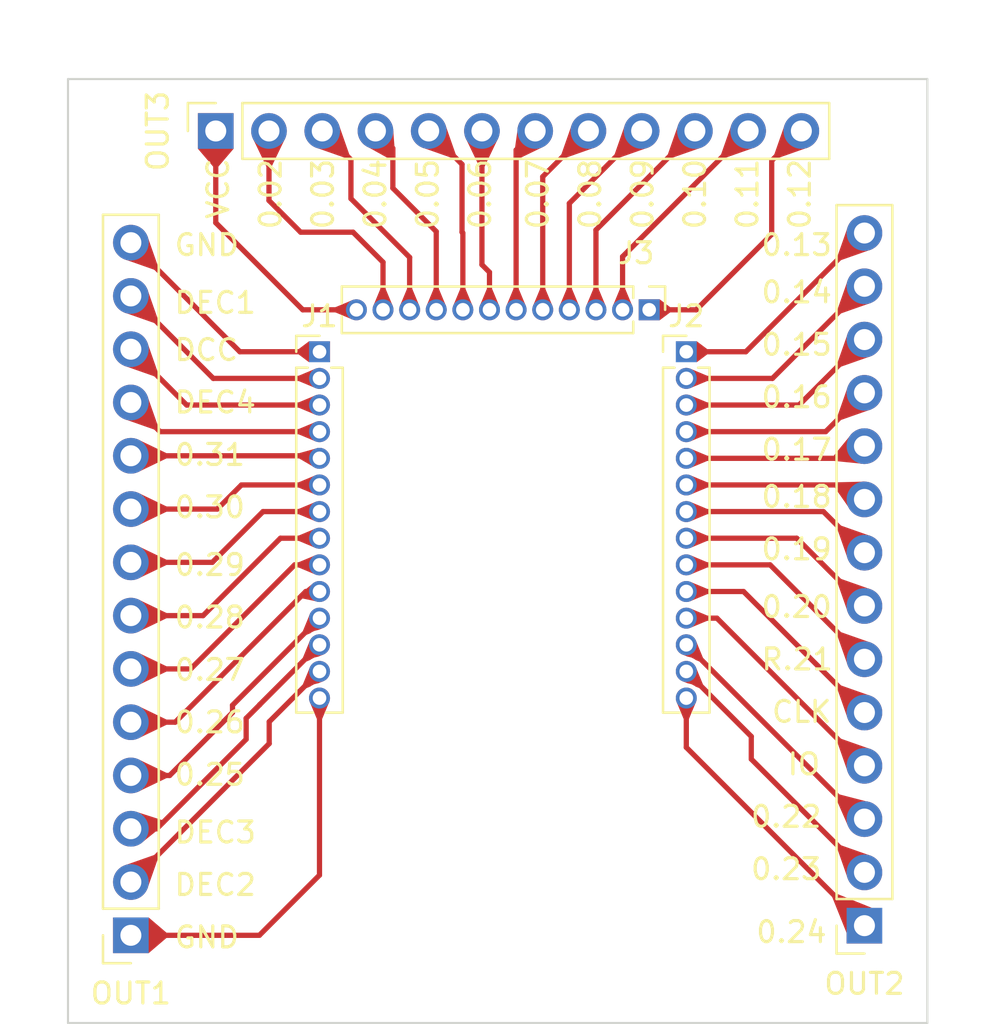
<source format=kicad_pcb>
(kicad_pcb (version 20221018) (generator pcbnew)
  (layers (0 "F.Cu" signal) (31 "B.Cu" signal) (34 "B.Paste" user) (35 "F.Paste" user) (36 "B.SilkS" user "B.Silkscreen") (37 "F.SilkS" user "F.Silkscreen") (38 "B.Mask" user) (39 "F.Mask" user) (44 "Edge.Cuts" user))
  (net 0 "")
  (net 1 "Net-(J1-Pin_1)")
  (net 2 "Net-(J1-Pin_2)")
  (net 3 "Net-(J1-Pin_3)")
  (net 4 "Net-(J1-Pin_4)")
  (net 5 "Net-(J1-Pin_5)")
  (net 6 "Net-(J1-Pin_6)")
  (net 7 "Net-(J1-Pin_7)")
  (net 8 "Net-(J1-Pin_8)")
  (net 9 "Net-(J1-Pin_9)")
  (net 10 "Net-(J1-Pin_10)")
  (net 11 "Net-(J1-Pin_11)")
  (net 12 "Net-(J1-Pin_12)")
  (net 13 "Net-(J1-Pin_13)")
  (net 14 "Net-(J1-Pin_14)")
  (net 15 "Net-(J2-Pin_1)")
  (net 16 "Net-(J2-Pin_2)")
  (net 17 "Net-(J2-Pin_3)")
  (net 18 "Net-(J2-Pin_4)")
  (net 19 "Net-(J2-Pin_5)")
  (net 20 "Net-(J2-Pin_6)")
  (net 21 "Net-(J2-Pin_7)")
  (net 22 "Net-(J2-Pin_8)")
  (net 23 "Net-(J2-Pin_9)")
  (net 24 "Net-(J2-Pin_10)")
  (net 25 "Net-(J2-Pin_11)")
  (net 26 "Net-(J2-Pin_12)")
  (net 27 "Net-(J2-Pin_13)")
  (net 28 "Net-(J2-Pin_14)")
  (net 29 "Net-(J3-Pin_1)")
  (net 30 "Net-(J3-Pin_2)")
  (net 31 "Net-(J3-Pin_3)")
  (net 32 "Net-(J3-Pin_4)")
  (net 33 "Net-(J3-Pin_5)")
  (net 34 "Net-(J3-Pin_6)")
  (net 35 "Net-(J3-Pin_7)")
  (net 36 "Net-(J3-Pin_8)")
  (net 37 "Net-(J3-Pin_9)")
  (net 38 "Net-(J3-Pin_10)")
  (net 39 "Net-(J3-Pin_11)")
  (net 40 "Net-(J3-Pin_12)")
  (footprint "Connector_PinSocket_2.54mm:PinSocket_1x14_P2.54mm_Vertical" (layer "F.Cu") (at 138 104.86 180)
    (fp_text reference "OUT2" (at 0 -2.77) (layer "F.SilkS"))
    (fp_text value "Conn_01x14_Pin")
    (fp_line (start -1.33 1.27) (end -1.33 34.35) (stroke (width 0.12)) (layer "F.SilkS"))
    (fp_line (start -1.33 1.27) (end 1.33 1.27) (stroke (width 0.12)) (layer "F.SilkS"))
    (fp_line (start -1.33 34.35) (end 1.33 34.35) (stroke (width 0.12)) (layer "F.SilkS"))
    (fp_line (start 0 -1.33) (end 1.33 -1.33) (stroke (width 0.12)) (layer "F.SilkS"))
    (fp_line (start 1.33 -1.33) (end 1.33 0) (stroke (width 0.12)) (layer "F.SilkS"))
    (fp_line (start 1.33 1.27) (end 1.33 34.35) (stroke (width 0.12)) (layer "F.SilkS"))
    (pad "1" thru_hole rect (at 0 0 180) (size 1.7 1.7) (drill 1) (layers "*.Cu" "*.Mask") (net 28 "Net-(J2-Pin_14)"))
    (pad "2" thru_hole oval (at 0 2.54 180) (size 1.7 1.7) (drill 1) (layers "*.Cu" "*.Mask") (net 27 "Net-(J2-Pin_13)"))
    (pad "3" thru_hole oval (at 0 5.08 180) (size 1.7 1.7) (drill 1) (layers "*.Cu" "*.Mask") (net 26 "Net-(J2-Pin_12)"))
    (pad "4" thru_hole oval (at 0 7.62 180) (size 1.7 1.7) (drill 1) (layers "*.Cu" "*.Mask") (net 25 "Net-(J2-Pin_11)"))
    (pad "5" thru_hole oval (at 0 10.16 180) (size 1.7 1.7) (drill 1) (layers "*.Cu" "*.Mask") (net 24 "Net-(J2-Pin_10)"))
    (pad "6" thru_hole oval (at 0 12.7 180) (size 1.7 1.7) (drill 1) (layers "*.Cu" "*.Mask") (net 23 "Net-(J2-Pin_9)"))
    (pad "7" thru_hole oval (at 0 15.24 180) (size 1.7 1.7) (drill 1) (layers "*.Cu" "*.Mask") (net 22 "Net-(J2-Pin_8)"))
    (pad "8" thru_hole oval (at 0 17.78 180) (size 1.7 1.7) (drill 1) (layers "*.Cu" "*.Mask") (net 21 "Net-(J2-Pin_7)"))
    (pad "9" thru_hole oval (at 0 20.32 180) (size 1.7 1.7) (drill 1) (layers "*.Cu" "*.Mask") (net 20 "Net-(J2-Pin_6)"))
    (pad "10" thru_hole oval (at 0 22.86 180) (size 1.7 1.7) (drill 1) (layers "*.Cu" "*.Mask") (net 19 "Net-(J2-Pin_5)"))
    (pad "11" thru_hole oval (at 0 25.4 180) (size 1.7 1.7) (drill 1) (layers "*.Cu" "*.Mask") (net 18 "Net-(J2-Pin_4)"))
    (pad "12" thru_hole oval (at 0 27.94 180) (size 1.7 1.7) (drill 1) (layers "*.Cu" "*.Mask") (net 17 "Net-(J2-Pin_3)"))
    (pad "13" thru_hole oval (at 0 30.48 180) (size 1.7 1.7) (drill 1) (layers "*.Cu" "*.Mask") (net 16 "Net-(J2-Pin_2)"))
    (pad "14" thru_hole oval (at 0 33.02 180) (size 1.7 1.7) (drill 1) (layers "*.Cu" "*.Mask") (net 15 "Net-(J2-Pin_1)"))
  )
  (footprint "Connector_PinHeader_1.27mm:PinHeader_1x14_P1.27mm_Vertical" (layer "F.Cu") (at 129.5 77.5)
    (fp_text reference "J2" (at 0 -1.695) (layer "F.SilkS"))
    (fp_text value "Conn_01x14_Pin")
    (fp_line (start -1.11 -0.76) (end 0 -0.76) (stroke (width 0.12)) (layer "F.SilkS"))
    (fp_line (start -1.11 0) (end -1.11 -0.76) (stroke (width 0.12)) (layer "F.SilkS"))
    (fp_line (start -1.11 0.76) (end -1.11 17.205) (stroke (width 0.12)) (layer "F.SilkS"))
    (fp_line (start -1.11 0.76) (end -0.563471 0.76) (stroke (width 0.12)) (layer "F.SilkS"))
    (fp_line (start -1.11 17.205) (end -0.30753 17.205) (stroke (width 0.12)) (layer "F.SilkS"))
    (fp_line (start 0.30753 17.205) (end 1.11 17.205) (stroke (width 0.12)) (layer "F.SilkS"))
    (fp_line (start 0.563471 0.76) (end 1.11 0.76) (stroke (width 0.12)) (layer "F.SilkS"))
    (fp_line (start 1.11 0.76) (end 1.11 17.205) (stroke (width 0.12)) (layer "F.SilkS"))
    (pad "1" thru_hole rect (at 0 0) (size 1 1) (drill 0.65) (layers "*.Cu" "*.Mask") (net 15 "Net-(J2-Pin_1)"))
    (pad "2" thru_hole oval (at 0 1.27) (size 1 1) (drill 0.65) (layers "*.Cu" "*.Mask") (net 16 "Net-(J2-Pin_2)"))
    (pad "3" thru_hole oval (at 0 2.54) (size 1 1) (drill 0.65) (layers "*.Cu" "*.Mask") (net 17 "Net-(J2-Pin_3)"))
    (pad "4" thru_hole oval (at 0 3.81) (size 1 1) (drill 0.65) (layers "*.Cu" "*.Mask") (net 18 "Net-(J2-Pin_4)"))
    (pad "5" thru_hole oval (at 0 5.08) (size 1 1) (drill 0.65) (layers "*.Cu" "*.Mask") (net 19 "Net-(J2-Pin_5)"))
    (pad "6" thru_hole oval (at 0 6.35) (size 1 1) (drill 0.65) (layers "*.Cu" "*.Mask") (net 20 "Net-(J2-Pin_6)"))
    (pad "7" thru_hole oval (at 0 7.62) (size 1 1) (drill 0.65) (layers "*.Cu" "*.Mask") (net 21 "Net-(J2-Pin_7)"))
    (pad "8" thru_hole oval (at 0 8.89) (size 1 1) (drill 0.65) (layers "*.Cu" "*.Mask") (net 22 "Net-(J2-Pin_8)"))
    (pad "9" thru_hole oval (at 0 10.16) (size 1 1) (drill 0.65) (layers "*.Cu" "*.Mask") (net 23 "Net-(J2-Pin_9)"))
    (pad "10" thru_hole oval (at 0 11.43) (size 1 1) (drill 0.65) (layers "*.Cu" "*.Mask") (net 24 "Net-(J2-Pin_10)"))
    (pad "11" thru_hole oval (at 0 12.7) (size 1 1) (drill 0.65) (layers "*.Cu" "*.Mask") (net 25 "Net-(J2-Pin_11)"))
    (pad "12" thru_hole oval (at 0 13.97) (size 1 1) (drill 0.65) (layers "*.Cu" "*.Mask") (net 26 "Net-(J2-Pin_12)"))
    (pad "13" thru_hole oval (at 0 15.24) (size 1 1) (drill 0.65) (layers "*.Cu" "*.Mask") (net 27 "Net-(J2-Pin_13)"))
    (pad "14" thru_hole oval (at 0 16.51) (size 1 1) (drill 0.65) (layers "*.Cu" "*.Mask") (net 28 "Net-(J2-Pin_14)"))
  )
  (footprint "Connector_PinHeader_1.27mm:PinHeader_1x14_P1.27mm_Vertical" (layer "F.Cu") (at 112 77.5)
    (fp_text reference "J1" (at 0 -1.695) (layer "F.SilkS"))
    (fp_text value "Conn_01x14_Pin")
    (fp_line (start -1.11 -0.76) (end 0 -0.76) (stroke (width 0.12)) (layer "F.SilkS"))
    (fp_line (start -1.11 0) (end -1.11 -0.76) (stroke (width 0.12)) (layer "F.SilkS"))
    (fp_line (start -1.11 0.76) (end -1.11 17.205) (stroke (width 0.12)) (layer "F.SilkS"))
    (fp_line (start -1.11 0.76) (end -0.563471 0.76) (stroke (width 0.12)) (layer "F.SilkS"))
    (fp_line (start -1.11 17.205) (end -0.30753 17.205) (stroke (width 0.12)) (layer "F.SilkS"))
    (fp_line (start 0.30753 17.205) (end 1.11 17.205) (stroke (width 0.12)) (layer "F.SilkS"))
    (fp_line (start 0.563471 0.76) (end 1.11 0.76) (stroke (width 0.12)) (layer "F.SilkS"))
    (fp_line (start 1.11 0.76) (end 1.11 17.205) (stroke (width 0.12)) (layer "F.SilkS"))
    (pad "1" thru_hole rect (at 0 0) (size 1 1) (drill 0.65) (layers "*.Cu" "*.Mask") (net 1 "Net-(J1-Pin_1)"))
    (pad "2" thru_hole oval (at 0 1.27) (size 1 1) (drill 0.65) (layers "*.Cu" "*.Mask") (net 2 "Net-(J1-Pin_2)"))
    (pad "3" thru_hole oval (at 0 2.54) (size 1 1) (drill 0.65) (layers "*.Cu" "*.Mask") (net 3 "Net-(J1-Pin_3)"))
    (pad "4" thru_hole oval (at 0 3.81) (size 1 1) (drill 0.65) (layers "*.Cu" "*.Mask") (net 4 "Net-(J1-Pin_4)"))
    (pad "5" thru_hole oval (at 0 5.08) (size 1 1) (drill 0.65) (layers "*.Cu" "*.Mask") (net 5 "Net-(J1-Pin_5)"))
    (pad "6" thru_hole oval (at 0 6.35) (size 1 1) (drill 0.65) (layers "*.Cu" "*.Mask") (net 6 "Net-(J1-Pin_6)"))
    (pad "7" thru_hole oval (at 0 7.62) (size 1 1) (drill 0.65) (layers "*.Cu" "*.Mask") (net 7 "Net-(J1-Pin_7)"))
    (pad "8" thru_hole oval (at 0 8.89) (size 1 1) (drill 0.65) (layers "*.Cu" "*.Mask") (net 8 "Net-(J1-Pin_8)"))
    (pad "9" thru_hole oval (at 0 10.16) (size 1 1) (drill 0.65) (layers "*.Cu" "*.Mask") (net 9 "Net-(J1-Pin_9)"))
    (pad "10" thru_hole oval (at 0 11.43) (size 1 1) (drill 0.65) (layers "*.Cu" "*.Mask") (net 10 "Net-(J1-Pin_10)"))
    (pad "11" thru_hole oval (at 0 12.7) (size 1 1) (drill 0.65) (layers "*.Cu" "*.Mask") (net 11 "Net-(J1-Pin_11)"))
    (pad "12" thru_hole oval (at 0 13.97) (size 1 1) (drill 0.65) (layers "*.Cu" "*.Mask") (net 12 "Net-(J1-Pin_12)"))
    (pad "13" thru_hole oval (at 0 15.24) (size 1 1) (drill 0.65) (layers "*.Cu" "*.Mask") (net 13 "Net-(J1-Pin_13)"))
    (pad "14" thru_hole oval (at 0 16.51) (size 1 1) (drill 0.65) (layers "*.Cu" "*.Mask") (net 14 "Net-(J1-Pin_14)"))
  )
  (footprint "Connector_PinHeader_1.27mm:PinHeader_1x12_P1.27mm_Vertical" (layer "F.Cu") (at 127.73 75.5 -90)
    (fp_text reference "J3" (at -2.7 0.62) (layer "F.SilkS"))
    (fp_text value "Conn_01x12_Pin")
    (fp_line (start -1.11 -0.76) (end 0 -0.76) (stroke (width 0.12)) (layer "F.SilkS"))
    (fp_line (start -1.11 0) (end -1.11 -0.76) (stroke (width 0.12)) (layer "F.SilkS"))
    (fp_line (start -1.11 0.76) (end -1.11 14.665) (stroke (width 0.12)) (layer "F.SilkS"))
    (fp_line (start -1.11 0.76) (end -0.563471 0.76) (stroke (width 0.12)) (layer "F.SilkS"))
    (fp_line (start -1.11 14.665) (end -0.30753 14.665) (stroke (width 0.12)) (layer "F.SilkS"))
    (fp_line (start 0.30753 14.665) (end 1.11 14.665) (stroke (width 0.12)) (layer "F.SilkS"))
    (fp_line (start 0.563471 0.76) (end 1.11 0.76) (stroke (width 0.12)) (layer "F.SilkS"))
    (fp_line (start 1.11 0.76) (end 1.11 14.665) (stroke (width 0.12)) (layer "F.SilkS"))
    (pad "1" thru_hole rect (at 0 0 270) (size 1 1) (drill 0.65) (layers "*.Cu" "*.Mask") (net 29 "Net-(J3-Pin_1)"))
    (pad "2" thru_hole oval (at 0 1.27 270) (size 1 1) (drill 0.65) (layers "*.Cu" "*.Mask") (net 30 "Net-(J3-Pin_2)"))
    (pad "3" thru_hole oval (at 0 2.54 270) (size 1 1) (drill 0.65) (layers "*.Cu" "*.Mask") (net 31 "Net-(J3-Pin_3)"))
    (pad "4" thru_hole oval (at 0 3.81 270) (size 1 1) (drill 0.65) (layers "*.Cu" "*.Mask") (net 32 "Net-(J3-Pin_4)"))
    (pad "5" thru_hole oval (at 0 5.08 270) (size 1 1) (drill 0.65) (layers "*.Cu" "*.Mask") (net 33 "Net-(J3-Pin_5)"))
    (pad "6" thru_hole oval (at 0 6.35 270) (size 1 1) (drill 0.65) (layers "*.Cu" "*.Mask") (net 34 "Net-(J3-Pin_6)"))
    (pad "7" thru_hole oval (at 0 7.62 270) (size 1 1) (drill 0.65) (layers "*.Cu" "*.Mask") (net 35 "Net-(J3-Pin_7)"))
    (pad "8" thru_hole oval (at 0 8.89 270) (size 1 1) (drill 0.65) (layers "*.Cu" "*.Mask") (net 36 "Net-(J3-Pin_8)"))
    (pad "9" thru_hole oval (at 0 10.16 270) (size 1 1) (drill 0.65) (layers "*.Cu" "*.Mask") (net 37 "Net-(J3-Pin_9)"))
    (pad "10" thru_hole oval (at 0 11.43 270) (size 1 1) (drill 0.65) (layers "*.Cu" "*.Mask") (net 38 "Net-(J3-Pin_10)"))
    (pad "11" thru_hole oval (at 0 12.7 270) (size 1 1) (drill 0.65) (layers "*.Cu" "*.Mask") (net 39 "Net-(J3-Pin_11)"))
    (pad "12" thru_hole oval (at 0 13.97 270) (size 1 1) (drill 0.65) (layers "*.Cu" "*.Mask") (net 40 "Net-(J3-Pin_12)"))
  )
  (footprint "Connector_PinSocket_2.54mm:PinSocket_1x14_P2.54mm_Vertical" (layer "F.Cu") (at 103 105.32 180)
    (fp_text reference "OUT1" (at 0 -2.77) (layer "F.SilkS"))
    (fp_text value "Conn_01x14_Pin")
    (fp_line (start -1.33 1.27) (end -1.33 34.35) (stroke (width 0.12)) (layer "F.SilkS"))
    (fp_line (start -1.33 1.27) (end 1.33 1.27) (stroke (width 0.12)) (layer "F.SilkS"))
    (fp_line (start -1.33 34.35) (end 1.33 34.35) (stroke (width 0.12)) (layer "F.SilkS"))
    (fp_line (start 0 -1.33) (end 1.33 -1.33) (stroke (width 0.12)) (layer "F.SilkS"))
    (fp_line (start 1.33 -1.33) (end 1.33 0) (stroke (width 0.12)) (layer "F.SilkS"))
    (fp_line (start 1.33 1.27) (end 1.33 34.35) (stroke (width 0.12)) (layer "F.SilkS"))
    (pad "1" thru_hole rect (at 0 0 180) (size 1.7 1.7) (drill 1) (layers "*.Cu" "*.Mask") (net 14 "Net-(J1-Pin_14)"))
    (pad "2" thru_hole oval (at 0 2.54 180) (size 1.7 1.7) (drill 1) (layers "*.Cu" "*.Mask") (net 13 "Net-(J1-Pin_13)"))
    (pad "3" thru_hole oval (at 0 5.08 180) (size 1.7 1.7) (drill 1) (layers "*.Cu" "*.Mask") (net 12 "Net-(J1-Pin_12)"))
    (pad "4" thru_hole oval (at 0 7.62 180) (size 1.7 1.7) (drill 1) (layers "*.Cu" "*.Mask") (net 11 "Net-(J1-Pin_11)"))
    (pad "5" thru_hole oval (at 0 10.16 180) (size 1.7 1.7) (drill 1) (layers "*.Cu" "*.Mask") (net 10 "Net-(J1-Pin_10)"))
    (pad "6" thru_hole oval (at 0 12.7 180) (size 1.7 1.7) (drill 1) (layers "*.Cu" "*.Mask") (net 9 "Net-(J1-Pin_9)"))
    (pad "7" thru_hole oval (at 0 15.24 180) (size 1.7 1.7) (drill 1) (layers "*.Cu" "*.Mask") (net 8 "Net-(J1-Pin_8)"))
    (pad "8" thru_hole oval (at 0 17.78 180) (size 1.7 1.7) (drill 1) (layers "*.Cu" "*.Mask") (net 7 "Net-(J1-Pin_7)"))
    (pad "9" thru_hole oval (at 0 20.32 180) (size 1.7 1.7) (drill 1) (layers "*.Cu" "*.Mask") (net 6 "Net-(J1-Pin_6)"))
    (pad "10" thru_hole oval (at 0 22.86 180) (size 1.7 1.7) (drill 1) (layers "*.Cu" "*.Mask") (net 5 "Net-(J1-Pin_5)"))
    (pad "11" thru_hole oval (at 0 25.4 180) (size 1.7 1.7) (drill 1) (layers "*.Cu" "*.Mask") (net 4 "Net-(J1-Pin_4)"))
    (pad "12" thru_hole oval (at 0 27.94 180) (size 1.7 1.7) (drill 1) (layers "*.Cu" "*.Mask") (net 3 "Net-(J1-Pin_3)"))
    (pad "13" thru_hole oval (at 0 30.48 180) (size 1.7 1.7) (drill 1) (layers "*.Cu" "*.Mask") (net 2 "Net-(J1-Pin_2)"))
    (pad "14" thru_hole oval (at 0 33.02 180) (size 1.7 1.7) (drill 1) (layers "*.Cu" "*.Mask") (net 1 "Net-(J1-Pin_1)"))
  )
  (footprint "Connector_PinSocket_2.54mm:PinSocket_1x12_P2.54mm_Vertical" (layer "F.Cu") (at 107.05 66.975 90)
    (fp_text reference "OUT3" (at 0 -2.77 90) (layer "F.SilkS"))
    (fp_text value "Conn_01x12_Pin")
    (fp_line (start -1.33 1.27) (end -1.33 29.27) (stroke (width 0.12)) (layer "F.SilkS"))
    (fp_line (start -1.33 1.27) (end 1.33 1.27) (stroke (width 0.12)) (layer "F.SilkS"))
    (fp_line (start -1.33 29.27) (end 1.33 29.27) (stroke (width 0.12)) (layer "F.SilkS"))
    (fp_line (start 0 -1.33) (end 1.33 -1.33) (stroke (width 0.12)) (layer "F.SilkS"))
    (fp_line (start 1.33 -1.33) (end 1.33 0) (stroke (width 0.12)) (layer "F.SilkS"))
    (fp_line (start 1.33 1.27) (end 1.33 29.27) (stroke (width 0.12)) (layer "F.SilkS"))
    (pad "1" thru_hole rect (at 0 0 90) (size 1.7 1.7) (drill 1) (layers "*.Cu" "*.Mask") (net 40 "Net-(J3-Pin_12)"))
    (pad "2" thru_hole oval (at 0 2.54 90) (size 1.7 1.7) (drill 1) (layers "*.Cu" "*.Mask") (net 39 "Net-(J3-Pin_11)"))
    (pad "3" thru_hole oval (at 0 5.08 90) (size 1.7 1.7) (drill 1) (layers "*.Cu" "*.Mask") (net 38 "Net-(J3-Pin_10)"))
    (pad "4" thru_hole oval (at 0 7.62 90) (size 1.7 1.7) (drill 1) (layers "*.Cu" "*.Mask") (net 37 "Net-(J3-Pin_9)"))
    (pad "5" thru_hole oval (at 0 10.16 90) (size 1.7 1.7) (drill 1) (layers "*.Cu" "*.Mask") (net 36 "Net-(J3-Pin_8)"))
    (pad "6" thru_hole oval (at 0 12.7 90) (size 1.7 1.7) (drill 1) (layers "*.Cu" "*.Mask") (net 35 "Net-(J3-Pin_7)"))
    (pad "7" thru_hole oval (at 0 15.24 90) (size 1.7 1.7) (drill 1) (layers "*.Cu" "*.Mask") (net 34 "Net-(J3-Pin_6)"))
    (pad "8" thru_hole oval (at 0 17.78 90) (size 1.7 1.7) (drill 1) (layers "*.Cu" "*.Mask") (net 33 "Net-(J3-Pin_5)"))
    (pad "9" thru_hole oval (at 0 20.32 90) (size 1.7 1.7) (drill 1) (layers "*.Cu" "*.Mask") (net 32 "Net-(J3-Pin_4)"))
    (pad "10" thru_hole oval (at 0 22.86 90) (size 1.7 1.7) (drill 1) (layers "*.Cu" "*.Mask") (net 31 "Net-(J3-Pin_3)"))
    (pad "11" thru_hole oval (at 0 25.4 90) (size 1.7 1.7) (drill 1) (layers "*.Cu" "*.Mask") (net 30 "Net-(J3-Pin_2)"))
    (pad "12" thru_hole oval (at 0 27.94 90) (size 1.7 1.7) (drill 1) (layers "*.Cu" "*.Mask") (net 29 "Net-(J3-Pin_1)"))
  )
  (gr_line (start 141 64.5) (end 100 64.5) (stroke (width 0.1)) (layer "Edge.Cuts"))
  (gr_line (start 100 64.5) (end 100 109.5) (stroke (width 0.1)) (layer "Edge.Cuts"))
  (gr_line (start 141 109.5) (end 141 64.5) (stroke (width 0.1)) (layer "Edge.Cuts"))
  (gr_line (start 100 109.5) (end 141 109.5) (stroke (width 0.1)) (layer "Edge.Cuts"))
  (gr_text "0.07" (at 123 71.75 90) (layer "F.SilkS") (effects (font (size 1 1)) (justify left bottom)))
  (gr_text "0.12" (at 135.5 71.75 90) (layer "F.SilkS") (effects (font (size 1 1)) (justify left bottom)))
  (gr_text "0.25" (at 105 98.25) (layer "F.SilkS") (effects (font (size 1 1)) (justify left bottom)))
  (gr_text "GND" (at 105 106) (layer "F.SilkS") (effects (font (size 1 1)) (justify left bottom)))
  (gr_text "R.21" (at 133 92.75) (layer "F.SilkS") (effects (font (size 1 1)) (justify left bottom)))
  (gr_text "0.27" (at 105 93.25) (layer "F.SilkS") (effects (font (size 1 1)) (justify left bottom)))
  (gr_text "0.31" (at 105 83) (layer "F.SilkS") (effects (font (size 1 1)) (justify left bottom)))
  (gr_text "0.03" (at 112.75 71.75 90) (layer "F.SilkS") (effects (font (size 1 1)) (justify left bottom)))
  (gr_text "VCC" (at 107.75 71.25 90) (layer "F.SilkS") (effects (font (size 1 1)) (justify left bottom)))
  (gr_text "DCC" (at 105 78) (layer "F.SilkS") (effects (font (size 1 1)) (justify left bottom)))
  (gr_text "0.20" (at 133 90.25) (layer "F.SilkS") (effects (font (size 1 1)) (justify left bottom)))
  (gr_text "0.28" (at 105 90.75) (layer "F.SilkS") (effects (font (size 1 1)) (justify left bottom)))
  (gr_text "GND" (at 105 73) (layer "F.SilkS") (effects (font (size 1 1)) (justify left bottom)))
  (gr_text "0.13\n" (at 133 73) (layer "F.SilkS") (effects (font (size 1 1)) (justify left bottom)))
  (gr_text "0.10" (at 130.5 71.75 90) (layer "F.SilkS") (effects (font (size 1 1)) (justify left bottom)))
  (gr_text "0.14" (at 133 75.25) (layer "F.SilkS") (effects (font (size 1 1)) (justify left bottom)))
  (gr_text "0.09" (at 128 71.75 90) (layer "F.SilkS") (effects (font (size 1 1)) (justify left bottom)))
  (gr_text "CLK" (at 133.5 95.25) (layer "F.SilkS") (effects (font (size 1 1)) (justify left bottom)))
  (gr_text "0.18" (at 133 85) (layer "F.SilkS") (effects (font (size 1 1)) (justify left bottom)))
  (gr_text "0.11" (at 133 71.75 90) (layer "F.SilkS") (effects (font (size 1 1)) (justify left bottom)))
  (gr_text "0.06" (at 120.25 71.75 90) (layer "F.SilkS") (effects (font (size 1 1)) (justify left bottom)))
  (gr_text "0.02" (at 110.25 71.75 90) (layer "F.SilkS") (effects (font (size 1 1)) (justify left bottom)))
  (gr_text "0.15" (at 133 77.75) (layer "F.SilkS") (effects (font (size 1 1)) (justify left bottom)))
  (gr_text "0.16" (at 133 80.25) (layer "F.SilkS") (effects (font (size 1 1)) (justify left bottom)))
  (gr_text "0.17" (at 133 82.75) (layer "F.SilkS") (effects (font (size 1 1)) (justify left bottom)))
  (gr_text "0.24" (at 132.75 105.75) (layer "F.SilkS") (effects (font (size 1 1)) (justify left bottom)))
  (gr_text "IO" (at 134.25 97.75) (layer "F.SilkS") (effects (font (size 1 1)) (justify left bottom)))
  (gr_text "0.23" (at 132.5 102.75) (layer "F.SilkS") (effects (font (size 1 1)) (justify left bottom)))
  (gr_text "DEC3" (at 105 101) (layer "F.SilkS") (effects (font (size 1 1)) (justify left bottom)))
  (gr_text "DEC1" (at 105 75.75) (layer "F.SilkS") (effects (font (size 1 1)) (justify left bottom)))
  (gr_text "0.04" (at 115.25 71.75 90) (layer "F.SilkS") (effects (font (size 1 1)) (justify left bottom)))
  (gr_text "0.22" (at 132.5 100.25) (layer "F.SilkS") (effects (font (size 1 1)) (justify left bottom)))
  (gr_text "0.05" (at 117.75 71.75 90) (layer "F.SilkS") (effects (font (size 1 1)) (justify left bottom)))
  (gr_text "0.30" (at 105 85.5) (layer "F.SilkS") (effects (font (size 1 1)) (justify left bottom)))
  (gr_text "0.08" (at 125.5 71.75 90) (layer "F.SilkS") (effects (font (size 1 1)) (justify left bottom)))
  (gr_text "0.26" (at 105 95.75) (layer "F.SilkS") (effects (font (size 1 1)) (justify left bottom)))
  (gr_text "0.19" (at 133 87.5) (layer "F.SilkS") (effects (font (size 1 1)) (justify left bottom)))
  (gr_text "DEC2" (at 105 103.5) (layer "F.SilkS") (effects (font (size 1 1)) (justify left bottom)))
  (gr_text "0.29" (at 105 88.25) (layer "F.SilkS") (effects (font (size 1 1)) (justify left bottom)))
  (gr_text "DEC4" (at 105 80.5) (layer "F.SilkS") (effects (font (size 1 1)) (justify left bottom)))
  (segment (start 112 77.5) (end 108.2 77.5) (width 0.25) (layer "F.Cu") (net 1))
  (segment (start 108.2 77.5) (end 103 72.3) (width 0.25) (layer "F.Cu") (net 1))
  (segment (start 103 74.84) (end 106.93 78.77) (width 0.25) (layer "F.Cu") (net 2))
  (segment (start 106.93 78.77) (end 112 78.77) (width 0.25) (layer "F.Cu") (net 2))
  (segment (start 105.66 80.04) (end 112 80.04) (width 0.25) (layer "F.Cu") (net 3))
  (segment (start 103 77.38) (end 105.66 80.04) (width 0.25) (layer "F.Cu") (net 3))
  (segment (start 103 79.92) (end 104.39 81.31) (width 0.25) (layer "F.Cu") (net 4))
  (segment (start 104.39 81.31) (end 112 81.31) (width 0.25) (layer "F.Cu") (net 4))
  (segment (start 111.88 82.46) (end 112 82.58) (width 0.25) (layer "F.Cu") (net 5))
  (segment (start 103 82.46) (end 111.88 82.46) (width 0.25) (layer "F.Cu") (net 5))
  (segment (start 108.275 83.85) (end 107.125 85) (width 0.25) (layer "F.Cu") (net 6))
  (segment (start 107.125 85) (end 103 85) (width 0.25) (layer "F.Cu") (net 6))
  (segment (start 112 83.85) (end 108.275 83.85) (width 0.25) (layer "F.Cu") (net 6))
  (segment (start 112 85.12) (end 109.305 85.12) (width 0.25) (layer "F.Cu") (net 7))
  (segment (start 106.885 87.54) (end 103 87.54) (width 0.25) (layer "F.Cu") (net 7))
  (segment (start 109.305 85.12) (end 106.885 87.54) (width 0.25) (layer "F.Cu") (net 7))
  (segment (start 112 86.39) (end 110.135 86.39) (width 0.25) (layer "F.Cu") (net 8))
  (segment (start 110.135 86.39) (end 106.445 90.08) (width 0.25) (layer "F.Cu") (net 8))
  (segment (start 106.445 90.08) (end 103 90.08) (width 0.25) (layer "F.Cu") (net 8))
  (segment (start 110.815 87.66) (end 105.855 92.62) (width 0.25) (layer "F.Cu") (net 9))
  (segment (start 112 87.66) (end 110.815 87.66) (width 0.25) (layer "F.Cu") (net 9))
  (segment (start 105.855 92.62) (end 103 92.62) (width 0.25) (layer "F.Cu") (net 9))
  (segment (start 105.115 95.16) (end 103 95.16) (width 0.25) (layer "F.Cu") (net 10))
  (segment (start 111.345 88.93) (end 105.115 95.16) (width 0.25) (layer "F.Cu") (net 10))
  (segment (start 112 88.93) (end 111.345 88.93) (width 0.25) (layer "F.Cu") (net 10))
  (segment (start 104.85 97.7) (end 103 97.7) (width 0.25) (layer "F.Cu") (net 11))
  (segment (start 107.85 94.35) (end 107.85 94.7) (width 0.25) (layer "F.Cu") (net 11))
  (segment (start 112 90.2) (end 107.85 94.35) (width 0.25) (layer "F.Cu") (net 11))
  (segment (start 107.85 94.7) (end 104.85 97.7) (width 0.25) (layer "F.Cu") (net 11))
  (segment (start 112 91.47) (end 109.15 94.32) (width 0.25) (layer "F.Cu") (net 12))
  (segment (start 108.5 95.975) (end 104.235 100.24) (width 0.25) (layer "F.Cu") (net 12))
  (segment (start 109.15 94.325) (end 108.5 94.975) (width 0.25) (layer "F.Cu") (net 12))
  (segment (start 109.15 94.32) (end 109.15 94.325) (width 0.25) (layer "F.Cu") (net 12))
  (segment (start 108.5 94.975) (end 108.5 95.975) (width 0.25) (layer "F.Cu") (net 12))
  (segment (start 104.235 100.24) (end 103 100.24) (width 0.25) (layer "F.Cu") (net 12))
  (segment (start 109.6 96.18) (end 109.6 95.14) (width 0.25) (layer "F.Cu") (net 13))
  (segment (start 109.6 95.14) (end 112 92.74) (width 0.25) (layer "F.Cu") (net 13))
  (segment (start 103 102.78) (end 109.6 96.18) (width 0.25) (layer "F.Cu") (net 13))
  (segment (start 109.13 105.32) (end 103 105.32) (width 0.25) (layer "F.Cu") (net 14))
  (segment (start 112 94.01) (end 112 102.45) (width 0.25) (layer "F.Cu") (net 14))
  (segment (start 112 102.45) (end 109.13 105.32) (width 0.25) (layer "F.Cu") (net 14))
  (segment (start 132.34 77.5) (end 138 71.84) (width 0.25) (layer "F.Cu") (net 15))
  (segment (start 129.5 77.5) (end 132.34 77.5) (width 0.25) (layer "F.Cu") (net 15))
  (segment (start 129.5 78.77) (end 133.61 78.77) (width 0.25) (layer "F.Cu") (net 16))
  (segment (start 133.61 78.77) (end 138 74.38) (width 0.25) (layer "F.Cu") (net 16))
  (segment (start 134.88 80.04) (end 138 76.92) (width 0.25) (layer "F.Cu") (net 17))
  (segment (start 129.5 80.04) (end 134.88 80.04) (width 0.25) (layer "F.Cu") (net 17))
  (segment (start 129.5 81.31) (end 136.15 81.31) (width 0.25) (layer "F.Cu") (net 18))
  (segment (start 136.15 81.31) (end 138 79.46) (width 0.25) (layer "F.Cu") (net 18))
  (segment (start 129.5 82.58) (end 137.42 82.58) (width 0.25) (layer "F.Cu") (net 19))
  (segment (start 137.42 82.58) (end 138 82) (width 0.25) (layer "F.Cu") (net 19))
  (segment (start 137.31 83.85) (end 138 84.54) (width 0.25) (layer "F.Cu") (net 20))
  (segment (start 129.5 83.85) (end 137.31 83.85) (width 0.25) (layer "F.Cu") (net 20))
  (segment (start 129.5 85.12) (end 136.04 85.12) (width 0.25) (layer "F.Cu") (net 21))
  (segment (start 136.04 85.12) (end 138 87.08) (width 0.25) (layer "F.Cu") (net 21))
  (segment (start 134.77 86.39) (end 138 89.62) (width 0.25) (layer "F.Cu") (net 22))
  (segment (start 129.5 86.39) (end 134.77 86.39) (width 0.25) (layer "F.Cu") (net 22))
  (segment (start 133.5 87.66) (end 138 92.16) (width 0.25) (layer "F.Cu") (net 23))
  (segment (start 129.5 87.66) (end 133.5 87.66) (width 0.25) (layer "F.Cu") (net 23))
  (segment (start 129.5 88.93) (end 132.23 88.93) (width 0.25) (layer "F.Cu") (net 24))
  (segment (start 132.23 88.93) (end 138 94.7) (width 0.25) (layer "F.Cu") (net 24))
  (segment (start 129.5 90.2) (end 130.96 90.2) (width 0.25) (layer "F.Cu") (net 25))
  (segment (start 130.96 90.2) (end 138 97.24) (width 0.25) (layer "F.Cu") (net 25))
  (segment (start 129.5 91.47) (end 137.81 99.78) (width 0.25) (layer "F.Cu") (net 26))
  (segment (start 137.81 99.78) (end 138 99.78) (width 0.25) (layer "F.Cu") (net 26))
  (segment (start 132.6 96.92) (end 138 102.32) (width 0.25) (layer "F.Cu") (net 27))
  (segment (start 132.6 95.84) (end 132.6 96.92) (width 0.25) (layer "F.Cu") (net 27))
  (segment (start 129.5 92.74) (end 132.6 95.84) (width 0.25) (layer "F.Cu") (net 27))
  (segment (start 138 104.86) (end 129.5 96.36) (width 0.25) (layer "F.Cu") (net 28))
  (segment (start 129.5 96.36) (end 129.5 94.01) (width 0.25) (layer "F.Cu") (net 28))
  (segment (start 133.575 71.9) (end 133.575 68.39) (width 0.25) (layer "F.Cu") (net 29))
  (segment (start 133.575 68.39) (end 134.99 66.975) (width 0.25) (layer "F.Cu") (net 29))
  (segment (start 127.73 75.5) (end 129.975 75.5) (width 0.25) (layer "F.Cu") (net 29))
  (segment (start 129.975 75.5) (end 133.575 71.9) (width 0.25) (layer "F.Cu") (net 29))
  (segment (start 132.45 66.975) (end 126.46 72.965) (width 0.25) (layer "F.Cu") (net 30))
  (segment (start 126.46 72.965) (end 126.46 75.5) (width 0.25) (layer "F.Cu") (net 30))
  (segment (start 125.19 71.695) (end 125.19 75.5) (width 0.25) (layer "F.Cu") (net 31))
  (segment (start 129.91 66.975) (end 125.19 71.695) (width 0.25) (layer "F.Cu") (net 31))
  (segment (start 127.37 66.975) (end 123.92 70.425) (width 0.25) (layer "F.Cu") (net 32))
  (segment (start 123.92 70.425) (end 123.92 75.5) (width 0.25) (layer "F.Cu") (net 32))
  (segment (start 122.65 75.5) (end 122.65 69.155) (width 0.25) (layer "F.Cu") (net 33))
  (segment (start 124.83 66.975) (end 122.65 69.155) (width 0.25) (layer "F.Cu") (net 33))
  (segment (start 122.29 66.975) (end 121.38 67.885) (width 0.25) (layer "F.Cu") (net 34))
  (segment (start 121.38 67.885) (end 121.38 75.5) (width 0.25) (layer "F.Cu") (net 34))
  (segment (start 119.75 66.975) (end 119.75 73.35) (width 0.25) (layer "F.Cu") (net 35))
  (segment (start 119.75 73.35) (end 120.11 73.71) (width 0.25) (layer "F.Cu") (net 35))
  (segment (start 120.11 73.71) (end 120.11 75.5) (width 0.25) (layer "F.Cu") (net 35))
  (segment (start 118.84 75.5) (end 118.84 71.84) (width 0.25) (layer "F.Cu") (net 36))
  (segment (start 118.84 71.84) (end 118.8 71.8) (width 0.25) (layer "F.Cu") (net 36))
  (segment (start 118.8 68.565) (end 117.21 66.975) (width 0.25) (layer "F.Cu") (net 36))
  (segment (start 118.8 71.8) (end 118.8 68.565) (width 0.25) (layer "F.Cu") (net 36))
  (segment (start 115.5 67.805) (end 114.67 66.975) (width 0.25) (layer "F.Cu") (net 37))
  (segment (start 117.57 71.77) (end 115.5 69.7) (width 0.25) (layer "F.Cu") (net 37))
  (segment (start 117.57 75.5) (end 117.57 71.77) (width 0.25) (layer "F.Cu") (net 37))
  (segment (start 115.5 69.7) (end 115.5 67.805) (width 0.25) (layer "F.Cu") (net 37))
  (segment (start 113.5 68.345) (end 113.5 70.2) (width 0.25) (layer "F.Cu") (net 38))
  (segment (start 113.5 70.2) (end 116.3 73) (width 0.25) (layer "F.Cu") (net 38))
  (segment (start 116.3 73) (end 116.3 75.5) (width 0.25) (layer "F.Cu") (net 38))
  (segment (start 112.13 66.975) (end 113.5 68.345) (width 0.25) (layer "F.Cu") (net 38))
  (segment (start 109.59 66.975) (end 109.59 70.29) (width 0.25) (layer "F.Cu") (net 39))
  (segment (start 115.03 73.23) (end 115.03 75.5) (width 0.25) (layer "F.Cu") (net 39))
  (segment (start 111.1 71.8) (end 113.6 71.8) (width 0.25) (layer "F.Cu") (net 39))
  (segment (start 109.59 70.29) (end 111.1 71.8) (width 0.25) (layer "F.Cu") (net 39))
  (segment (start 113.6 71.8) (end 115.03 73.23) (width 0.25) (layer "F.Cu") (net 39))
  (segment (start 111.2 75.5) (end 113.76 75.5) (width 0.25) (layer "F.Cu") (net 40))
  (segment (start 107.05 71.35) (end 111.2 75.5) (width 0.25) (layer "F.Cu") (net 40))
  (segment (start 107.05 66.975) (end 107.05 71.35) (width 0.25) (layer "F.Cu") (net 40))
)
</source>
